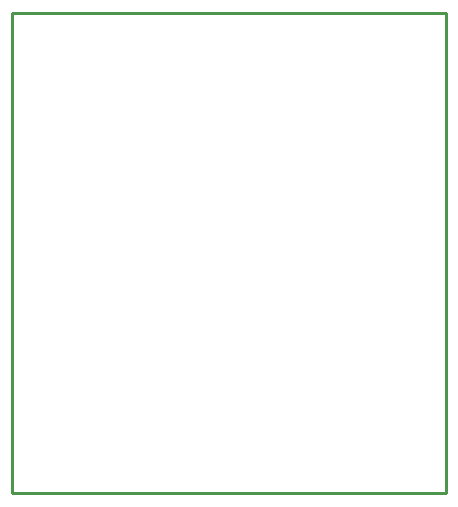
<source format=gbr>
%TF.GenerationSoftware,KiCad,Pcbnew,(6.0.10)*%
%TF.CreationDate,2023-01-15T11:08:54+01:00*%
%TF.ProjectId,PCB_PSU_LIN_2023-01-12,5043425f-5053-4555-9f4c-494e5f323032,rev?*%
%TF.SameCoordinates,Original*%
%TF.FileFunction,Profile,NP*%
%FSLAX46Y46*%
G04 Gerber Fmt 4.6, Leading zero omitted, Abs format (unit mm)*
G04 Created by KiCad (PCBNEW (6.0.10)) date 2023-01-15 11:08:54*
%MOMM*%
%LPD*%
G01*
G04 APERTURE LIST*
%TA.AperFunction,Profile*%
%ADD10C,0.254000*%
%TD*%
G04 APERTURE END LIST*
D10*
X99060000Y-101600000D02*
X62329000Y-101600000D01*
X62329000Y-101600000D02*
X62329000Y-60960000D01*
X99060000Y-60960000D02*
X99060000Y-101600000D01*
X62329000Y-60960000D02*
X99060000Y-60960000D01*
M02*

</source>
